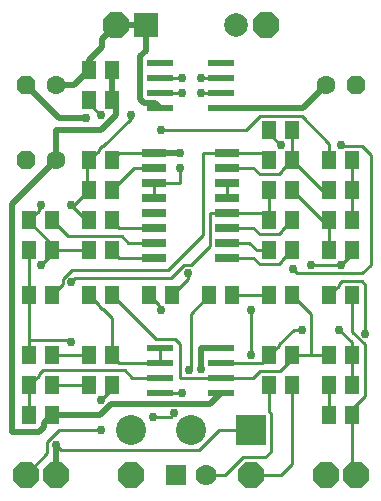
<source format=gbr>
G04 EAGLE Gerber RS-274X export*
G75*
%MOMM*%
%FSLAX34Y34*%
%LPD*%
%INTop Copper*%
%IPPOS*%
%AMOC8*
5,1,8,0,0,1.08239X$1,22.5*%
G01*
%ADD10P,2.336880X8X22.500000*%
%ADD11R,1.300000X1.500000*%
%ADD12P,1.732040X8X202.500000*%
%ADD13C,1.600200*%
%ADD14P,1.732040X8X22.500000*%
%ADD15C,1.778000*%
%ADD16R,1.778000X1.778000*%
%ADD17C,2.000000*%
%ADD18R,2.000000X2.000000*%
%ADD19R,2.200000X0.600000*%
%ADD20R,2.032000X0.660400*%
%ADD21R,2.540000X2.540000*%
%ADD22C,2.540000*%
%ADD23C,0.254000*%
%ADD24C,0.756400*%
%ADD25C,0.508000*%


D10*
X101600Y406400D03*
D11*
X98400Y101600D03*
X79400Y101600D03*
X47600Y215900D03*
X28600Y215900D03*
X301600Y215900D03*
X282600Y215900D03*
X282600Y292100D03*
X301600Y292100D03*
X47600Y127000D03*
X28600Y127000D03*
X200000Y177800D03*
X181000Y177800D03*
X282600Y127000D03*
X301600Y127000D03*
X282600Y76200D03*
X301600Y76200D03*
D12*
X25400Y355600D03*
D13*
X50800Y355600D03*
D11*
X79400Y292100D03*
X98400Y292100D03*
D12*
X25400Y292100D03*
D13*
X50800Y292100D03*
D14*
X304800Y355600D03*
D13*
X279400Y355600D03*
D11*
X79400Y266700D03*
X98400Y266700D03*
X79400Y215900D03*
X98400Y215900D03*
X28600Y241300D03*
X47600Y241300D03*
X250800Y292100D03*
X231800Y292100D03*
X250800Y215900D03*
X231800Y215900D03*
X250800Y241300D03*
X231800Y241300D03*
D15*
X177800Y25400D03*
D16*
X152400Y25400D03*
D17*
X203200Y406400D03*
D18*
X127000Y406400D03*
D10*
X228600Y406400D03*
X50800Y25400D03*
X279400Y25400D03*
X114300Y25400D03*
D19*
X139100Y120650D03*
X191100Y120650D03*
X139100Y133350D03*
X139100Y107950D03*
X139100Y95250D03*
X191100Y133350D03*
X191100Y107950D03*
X191100Y95250D03*
D20*
X134366Y298450D03*
X134366Y285750D03*
X134366Y273050D03*
X134366Y260350D03*
X134366Y247650D03*
X134366Y234950D03*
X134366Y222250D03*
X134366Y209550D03*
X195834Y209550D03*
X195834Y222250D03*
X195834Y234950D03*
X195834Y247650D03*
X195834Y260350D03*
X195834Y273050D03*
X195834Y285750D03*
X195834Y298450D03*
D19*
X191100Y349250D03*
X139100Y349250D03*
X191100Y336550D03*
X191100Y361950D03*
X191100Y374650D03*
X139100Y336550D03*
X139100Y361950D03*
X139100Y374650D03*
D10*
X25400Y25400D03*
X215900Y25400D03*
D21*
X215900Y63500D03*
D22*
X165100Y63500D03*
X114300Y63500D03*
D10*
X304800Y25400D03*
D11*
X47600Y101600D03*
X28600Y101600D03*
X130200Y177800D03*
X149200Y177800D03*
X231800Y177800D03*
X250800Y177800D03*
X98400Y177800D03*
X79400Y177800D03*
X47600Y76200D03*
X28600Y76200D03*
X231800Y127000D03*
X250800Y127000D03*
X282600Y101600D03*
X301600Y101600D03*
X301600Y177800D03*
X282600Y177800D03*
X231800Y101600D03*
X250800Y101600D03*
X79400Y368300D03*
X98400Y368300D03*
X98400Y342900D03*
X79400Y342900D03*
X79400Y127000D03*
X98400Y127000D03*
X98400Y241300D03*
X79400Y241300D03*
X28600Y177800D03*
X47600Y177800D03*
X231800Y317500D03*
X250800Y317500D03*
X231800Y266700D03*
X250800Y266700D03*
X282600Y241300D03*
X301600Y241300D03*
X301600Y266700D03*
X282600Y266700D03*
D23*
X79400Y101600D02*
X47600Y101600D01*
X28600Y101600D02*
X28600Y76200D01*
X28600Y101600D02*
X36782Y109782D01*
X36782Y110889D01*
X40193Y114300D01*
X109220Y114300D01*
X115570Y107950D02*
X139100Y107950D01*
X115570Y107950D02*
X109220Y114300D01*
X139100Y120650D02*
X139100Y133350D01*
X139100Y120650D02*
X104750Y120650D01*
X98400Y127000D01*
X98400Y158800D01*
X91218Y165982D01*
X90111Y165982D01*
X87582Y168511D01*
X87582Y169618D01*
X79400Y177800D01*
X173990Y349250D02*
X191100Y349250D01*
D24*
X173990Y349250D03*
D23*
X173990Y361950D02*
X191100Y361950D01*
D24*
X173990Y361950D03*
D23*
X157480Y361950D02*
X139100Y361950D01*
D24*
X157480Y361950D03*
D23*
X157480Y349250D02*
X139100Y349250D01*
D24*
X157480Y349250D03*
D23*
X157480Y95250D02*
X139100Y95250D01*
D24*
X157480Y95250D03*
D25*
X50800Y50800D02*
X50800Y25400D01*
D24*
X50800Y50800D03*
D23*
X301600Y212700D02*
X301600Y215900D01*
X301600Y212700D02*
X292100Y203200D01*
D24*
X292100Y203200D03*
D23*
X79400Y339700D02*
X79400Y342900D01*
X79400Y339700D02*
X88900Y330200D01*
D24*
X88900Y330200D03*
D25*
X53340Y327660D02*
X25400Y355600D01*
X53340Y327660D02*
X76200Y327660D01*
D24*
X76200Y327660D03*
D23*
X47600Y215900D02*
X47600Y212700D01*
X38100Y203200D01*
D24*
X38100Y203200D03*
X38100Y254000D03*
D23*
X36782Y249482D02*
X28600Y241300D01*
X36782Y249482D02*
X36782Y250589D01*
X38100Y251907D01*
X38100Y254000D01*
X76200Y241300D02*
X79400Y241300D01*
X76200Y241300D02*
X63500Y254000D01*
D24*
X63500Y254000D03*
D23*
X77800Y265100D02*
X79400Y266700D01*
X77800Y265100D02*
X66700Y254000D01*
X63500Y254000D01*
X77800Y290500D02*
X79400Y292100D01*
X77800Y290500D02*
X77800Y265100D01*
D24*
X156210Y285750D03*
D23*
X134366Y273050D02*
X134366Y260350D01*
X134366Y273050D02*
X156210Y273050D01*
X156210Y285750D01*
X189167Y63500D02*
X215900Y63500D01*
X189167Y63500D02*
X172149Y46482D01*
X55118Y46482D01*
X50800Y50800D01*
X47600Y215900D02*
X47600Y221193D01*
X28600Y240193D01*
X28600Y241300D01*
X50800Y215900D02*
X79400Y215900D01*
X50800Y215900D02*
X47600Y212700D01*
X114300Y327000D02*
X114300Y330200D01*
D24*
X114300Y330200D03*
D23*
X87582Y300282D02*
X79400Y292100D01*
X87582Y300282D02*
X87582Y301389D01*
X90111Y303918D01*
X91218Y303918D01*
X114300Y327000D01*
D24*
X215900Y165100D03*
D23*
X215900Y127226D01*
D24*
X215900Y127226D03*
X312823Y145183D03*
D23*
X290782Y187089D02*
X293311Y189618D01*
X309889Y189618D01*
X290782Y185982D02*
X282600Y177800D01*
X290782Y185982D02*
X290782Y187089D01*
X309889Y189618D02*
X312823Y186683D01*
X312823Y145183D01*
X292100Y203200D02*
X266700Y203200D01*
D24*
X266700Y203200D03*
D25*
X127000Y406400D02*
X101600Y406400D01*
X90170Y394970D01*
X90170Y387913D01*
X79400Y377143D02*
X79400Y368300D01*
X79400Y377143D02*
X90170Y387913D01*
X79400Y368300D02*
X66700Y355600D01*
X50800Y355600D01*
X134988Y340662D02*
X139100Y336550D01*
X134988Y340662D02*
X125785Y340662D01*
X122512Y343935D01*
X127000Y384453D02*
X127000Y406400D01*
X127000Y384453D02*
X122512Y379965D01*
X122512Y343935D01*
D24*
X173990Y115570D03*
D25*
X173990Y133350D01*
X191100Y133350D01*
X98400Y342900D02*
X98400Y368300D01*
X50800Y317500D02*
X50800Y292100D01*
X50800Y317500D02*
X88900Y317500D01*
X50800Y292100D02*
X13970Y255270D01*
X13970Y62230D01*
X40688Y66385D02*
X40688Y69288D01*
X47600Y76200D01*
X36533Y62230D02*
X13970Y62230D01*
X36533Y62230D02*
X40688Y66385D01*
X47600Y76200D02*
X88437Y76200D01*
X97835Y85598D01*
X181448Y85598D02*
X191100Y95250D01*
X181448Y85598D02*
X97835Y85598D01*
X101600Y339700D02*
X98400Y342900D01*
X101600Y339700D02*
X101600Y330200D01*
X88900Y317500D01*
D24*
X88900Y63500D03*
D23*
X43942Y43942D02*
X25400Y25400D01*
X43942Y43942D02*
X43942Y53641D01*
X53801Y63500D01*
X88900Y63500D01*
D24*
X88900Y88900D03*
D23*
X98400Y98400D01*
X98400Y101600D01*
X117450Y285750D02*
X134366Y285750D01*
X117450Y285750D02*
X98400Y266700D01*
X104750Y234950D02*
X134366Y234950D01*
X104750Y234950D02*
X98400Y241300D01*
X112157Y222250D02*
X134366Y222250D01*
X112157Y222250D02*
X106689Y227718D01*
X61182Y227718D02*
X47600Y241300D01*
X61182Y227718D02*
X106689Y227718D01*
X104750Y209550D02*
X134366Y209550D01*
X104750Y209550D02*
X98400Y215900D01*
X79400Y127000D02*
X47600Y127000D01*
X225450Y298450D02*
X231800Y292100D01*
X225450Y298450D02*
X195834Y298450D01*
X175486Y298450D01*
X56924Y187124D02*
X47600Y177800D01*
X56924Y187124D02*
X56924Y191954D01*
X146315Y199390D02*
X175486Y228561D01*
X175486Y298450D01*
X64360Y199390D02*
X56924Y191954D01*
X64360Y199390D02*
X146315Y199390D01*
X223511Y280282D02*
X240089Y280282D01*
X242618Y282811D01*
X218043Y285750D02*
X195834Y285750D01*
X242618Y283918D02*
X242618Y282811D01*
X223511Y280282D02*
X218043Y285750D01*
X242618Y283918D02*
X250800Y292100D01*
X250800Y317500D01*
X276200Y266700D02*
X282600Y266700D01*
X276200Y266700D02*
X250800Y292100D01*
X195834Y273050D02*
X195834Y260350D01*
X220980Y215900D02*
X231800Y215900D01*
X220980Y215900D02*
X214630Y222250D01*
X195834Y222250D01*
X223511Y204082D02*
X240089Y204082D01*
X242618Y206611D01*
X218043Y209550D02*
X195834Y209550D01*
X242618Y207718D02*
X242618Y206611D01*
X223511Y204082D02*
X218043Y209550D01*
X242618Y207718D02*
X250800Y215900D01*
X240089Y229482D02*
X223511Y229482D01*
X240089Y229482D02*
X242618Y232011D01*
X218043Y234950D02*
X195834Y234950D01*
X242618Y233118D02*
X242618Y232011D01*
X223511Y229482D02*
X218043Y234950D01*
X242618Y233118D02*
X250800Y241300D01*
X231800Y241300D02*
X225450Y247650D01*
X195834Y247650D01*
X231800Y241300D02*
X231800Y266700D01*
D24*
X63500Y189230D03*
D23*
X67084Y192814D02*
X148629Y192814D01*
X67084Y192814D02*
X63500Y189230D01*
X181356Y247650D02*
X195834Y247650D01*
X181356Y247650D02*
X181356Y219456D01*
X165326Y203426D01*
X159241Y203426D01*
X148629Y192814D01*
X28600Y139700D02*
X28600Y127000D01*
X28600Y139700D02*
X28600Y177800D01*
X28600Y215900D01*
D24*
X241300Y304800D03*
D23*
X231800Y314300D01*
X231800Y317500D01*
D24*
X63500Y138430D03*
X133350Y74930D03*
D23*
X148308Y74930D01*
X151130Y77752D01*
D24*
X151130Y77752D03*
D23*
X63500Y138430D02*
X62230Y139700D01*
X28600Y139700D01*
D24*
X251460Y200050D03*
D23*
X310540Y196240D02*
X317500Y203200D01*
D24*
X292100Y304800D03*
D23*
X292982Y303918D01*
X309889Y303918D01*
X317500Y296307D01*
X317500Y203200D01*
X310540Y196240D02*
X255270Y196240D01*
X251460Y200050D01*
X282600Y215900D02*
X282600Y241300D01*
X276200Y241300D01*
X250800Y266700D01*
X301600Y266700D02*
X301600Y241300D01*
X301600Y266700D02*
X301600Y292100D01*
D24*
X139700Y317500D03*
D23*
X282600Y305807D02*
X282600Y292100D01*
X211693Y317500D02*
X139700Y317500D01*
X259089Y329318D02*
X282600Y305807D01*
X259089Y329318D02*
X223511Y329318D01*
X211693Y317500D01*
D24*
X139700Y165100D03*
D23*
X139700Y167193D01*
X138382Y168511D01*
X138382Y169618D01*
X130200Y177800D01*
X149200Y177800D02*
X162560Y191160D01*
X162560Y196850D01*
D24*
X162560Y196850D03*
D23*
X181000Y177800D02*
X165100Y161900D01*
D24*
X163830Y114526D03*
D23*
X165100Y115796D01*
X165100Y161900D01*
X200000Y177800D02*
X231800Y177800D01*
X266700Y127000D02*
X282600Y127000D01*
X266700Y127000D02*
X254000Y127000D01*
X250800Y127000D01*
X218043Y107950D02*
X191100Y107950D01*
X240418Y113418D02*
X254000Y127000D01*
X223511Y113418D02*
X218043Y107950D01*
X223511Y113418D02*
X240418Y113418D01*
X135532Y140668D02*
X98400Y177800D01*
X135532Y140668D02*
X151889Y140668D01*
X156210Y136347D01*
X156210Y107950D01*
X191100Y107950D01*
X250800Y177800D02*
X266700Y161900D01*
X266700Y127000D01*
X301600Y127000D02*
X301600Y101600D01*
X231800Y127000D02*
X225450Y120650D01*
X191100Y120650D01*
D24*
X259080Y148590D03*
X290830Y148590D03*
D23*
X301600Y137820D02*
X301600Y127000D01*
X301600Y137820D02*
X290830Y148590D01*
X239982Y135182D02*
X231800Y127000D01*
X239982Y135182D02*
X239982Y136289D01*
X252283Y148590D01*
X259080Y148590D01*
X282600Y101600D02*
X282600Y76200D01*
X301600Y28600D02*
X304800Y25400D01*
X301600Y28600D02*
X301600Y76200D01*
X301600Y147107D02*
X301600Y177800D01*
X301600Y81493D02*
X301600Y76200D01*
X312418Y136289D02*
X301600Y147107D01*
X312418Y92311D02*
X301600Y81493D01*
X312418Y92311D02*
X312418Y136289D01*
X231800Y101600D02*
X231800Y79107D01*
X232918Y77989D01*
X232918Y44958D01*
X194527Y25400D02*
X177800Y25400D01*
X209640Y40513D02*
X228473Y40513D01*
X209640Y40513D02*
X194527Y25400D01*
X228473Y40513D02*
X232918Y44958D01*
D25*
X260350Y336550D02*
X191100Y336550D01*
X260350Y336550D02*
X279400Y355600D01*
D23*
X134366Y298450D02*
X104750Y298450D01*
X98400Y292100D01*
D24*
X156210Y298450D03*
D25*
X134366Y298450D01*
D23*
X250800Y101600D02*
X250800Y34900D01*
X241300Y25400D01*
X215900Y25400D01*
M02*

</source>
